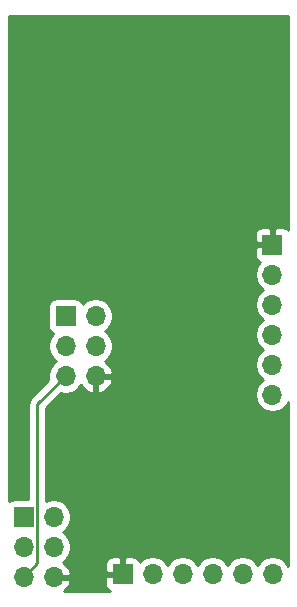
<source format=gbr>
%TF.GenerationSoftware,KiCad,Pcbnew,(5.1.9-16-g1737927814)-1*%
%TF.CreationDate,2021-08-21T22:04:47-05:00*%
%TF.ProjectId,adbuino,61646275-696e-46f2-9e6b-696361645f70,rev?*%
%TF.SameCoordinates,Original*%
%TF.FileFunction,Copper,L2,Bot*%
%TF.FilePolarity,Positive*%
%FSLAX46Y46*%
G04 Gerber Fmt 4.6, Leading zero omitted, Abs format (unit mm)*
G04 Created by KiCad (PCBNEW (5.1.9-16-g1737927814)-1) date 2021-08-21 22:04:47*
%MOMM*%
%LPD*%
G01*
G04 APERTURE LIST*
%TA.AperFunction,ComponentPad*%
%ADD10O,1.700000X1.700000*%
%TD*%
%TA.AperFunction,ComponentPad*%
%ADD11R,1.700000X1.700000*%
%TD*%
%TA.AperFunction,Conductor*%
%ADD12C,0.250000*%
%TD*%
%TA.AperFunction,Conductor*%
%ADD13C,0.150000*%
%TD*%
%TA.AperFunction,Conductor*%
%ADD14C,0.254000*%
%TD*%
%TA.AperFunction,Conductor*%
%ADD15C,0.100000*%
%TD*%
G04 APERTURE END LIST*
D10*
%TO.P,J3,6*%
%TO.N,GND*%
X29464000Y-73152000D03*
%TO.P,J3,5*%
%TO.N,/RESET*%
X26924000Y-73152000D03*
%TO.P,J3,4*%
%TO.N,ATMEGA_SPI_MOSI*%
X29464000Y-70612000D03*
%TO.P,J3,3*%
%TO.N,ATMEGA_SPI_SCLK*%
X26924000Y-70612000D03*
%TO.P,J3,2*%
%TO.N,+3V3*%
X29464000Y-68072000D03*
D11*
%TO.P,J3,1*%
%TO.N,ATMEGA_SPI_MISO*%
X26924000Y-68072000D03*
%TD*%
D10*
%TO.P,J2,6*%
%TO.N,FTDI_DTR*%
X48006000Y-72898000D03*
%TO.P,J2,5*%
%TO.N,FTDI_TXO*%
X45466000Y-72898000D03*
%TO.P,J2,4*%
%TO.N,FTDI_RXI*%
X42926000Y-72898000D03*
%TO.P,J2,3*%
%TO.N,FTDI_PIN_3*%
X40386000Y-72898000D03*
%TO.P,J2,2*%
%TO.N,FTDI_CTS*%
X37846000Y-72898000D03*
D11*
%TO.P,J2,1*%
%TO.N,GND*%
X35306000Y-72898000D03*
%TD*%
D10*
%TO.P,J6,6*%
%TO.N,GND*%
X33020000Y-56134000D03*
%TO.P,J6,5*%
%TO.N,/RESET*%
X30480000Y-56134000D03*
%TO.P,J6,4*%
%TO.N,ATMEGA_SPI_MOSI*%
X33020000Y-53594000D03*
%TO.P,J6,3*%
%TO.N,ATMEGA_SPI_SCLK*%
X30480000Y-53594000D03*
%TO.P,J6,2*%
%TO.N,+3V3*%
X33020000Y-51054000D03*
D11*
%TO.P,J6,1*%
%TO.N,ATMEGA_SPI_MISO*%
X30480000Y-51054000D03*
%TD*%
D10*
%TO.P,J1,6*%
%TO.N,FTDI_DTR*%
X48000000Y-57700000D03*
%TO.P,J1,5*%
%TO.N,FTDI_TXO*%
X48000000Y-55160000D03*
%TO.P,J1,4*%
%TO.N,FTDI_RXI*%
X48000000Y-52620000D03*
%TO.P,J1,3*%
%TO.N,FTDI_PIN_3*%
X48000000Y-50080000D03*
%TO.P,J1,2*%
%TO.N,FTDI_CTS*%
X48000000Y-47540000D03*
D11*
%TO.P,J1,1*%
%TO.N,GND*%
X48000000Y-45000000D03*
%TD*%
D12*
%TO.N,/RESET*%
X28099001Y-58514999D02*
X30480000Y-56134000D01*
X28099001Y-71976999D02*
X28099001Y-58514999D01*
X26924000Y-73152000D02*
X28099001Y-71976999D01*
D13*
%TO.N,ATMEGA_SPI_MOSI*%
X33020000Y-53594000D02*
X33782000Y-53594000D01*
%TD*%
D14*
%TO.N,GND*%
X49340000Y-43746112D02*
X49301185Y-43698815D01*
X49204494Y-43619463D01*
X49094180Y-43560498D01*
X48974482Y-43524188D01*
X48850000Y-43511928D01*
X48285750Y-43515000D01*
X48127000Y-43673750D01*
X48127000Y-44873000D01*
X48147000Y-44873000D01*
X48147000Y-45127000D01*
X48127000Y-45127000D01*
X48127000Y-45147000D01*
X47873000Y-45147000D01*
X47873000Y-45127000D01*
X46673750Y-45127000D01*
X46515000Y-45285750D01*
X46511928Y-45850000D01*
X46524188Y-45974482D01*
X46560498Y-46094180D01*
X46619463Y-46204494D01*
X46698815Y-46301185D01*
X46795506Y-46380537D01*
X46905820Y-46439502D01*
X46978380Y-46461513D01*
X46846525Y-46593368D01*
X46684010Y-46836589D01*
X46572068Y-47106842D01*
X46515000Y-47393740D01*
X46515000Y-47686260D01*
X46572068Y-47973158D01*
X46684010Y-48243411D01*
X46846525Y-48486632D01*
X47053368Y-48693475D01*
X47227760Y-48810000D01*
X47053368Y-48926525D01*
X46846525Y-49133368D01*
X46684010Y-49376589D01*
X46572068Y-49646842D01*
X46515000Y-49933740D01*
X46515000Y-50226260D01*
X46572068Y-50513158D01*
X46684010Y-50783411D01*
X46846525Y-51026632D01*
X47053368Y-51233475D01*
X47227760Y-51350000D01*
X47053368Y-51466525D01*
X46846525Y-51673368D01*
X46684010Y-51916589D01*
X46572068Y-52186842D01*
X46515000Y-52473740D01*
X46515000Y-52766260D01*
X46572068Y-53053158D01*
X46684010Y-53323411D01*
X46846525Y-53566632D01*
X47053368Y-53773475D01*
X47227760Y-53890000D01*
X47053368Y-54006525D01*
X46846525Y-54213368D01*
X46684010Y-54456589D01*
X46572068Y-54726842D01*
X46515000Y-55013740D01*
X46515000Y-55306260D01*
X46572068Y-55593158D01*
X46684010Y-55863411D01*
X46846525Y-56106632D01*
X47053368Y-56313475D01*
X47227760Y-56430000D01*
X47053368Y-56546525D01*
X46846525Y-56753368D01*
X46684010Y-56996589D01*
X46572068Y-57266842D01*
X46515000Y-57553740D01*
X46515000Y-57846260D01*
X46572068Y-58133158D01*
X46684010Y-58403411D01*
X46846525Y-58646632D01*
X47053368Y-58853475D01*
X47296589Y-59015990D01*
X47566842Y-59127932D01*
X47853740Y-59185000D01*
X48146260Y-59185000D01*
X48433158Y-59127932D01*
X48703411Y-59015990D01*
X48946632Y-58853475D01*
X49153475Y-58646632D01*
X49315990Y-58403411D01*
X49340001Y-58345444D01*
X49340001Y-72238071D01*
X49321990Y-72194589D01*
X49159475Y-71951368D01*
X48952632Y-71744525D01*
X48709411Y-71582010D01*
X48439158Y-71470068D01*
X48152260Y-71413000D01*
X47859740Y-71413000D01*
X47572842Y-71470068D01*
X47302589Y-71582010D01*
X47059368Y-71744525D01*
X46852525Y-71951368D01*
X46736000Y-72125760D01*
X46619475Y-71951368D01*
X46412632Y-71744525D01*
X46169411Y-71582010D01*
X45899158Y-71470068D01*
X45612260Y-71413000D01*
X45319740Y-71413000D01*
X45032842Y-71470068D01*
X44762589Y-71582010D01*
X44519368Y-71744525D01*
X44312525Y-71951368D01*
X44196000Y-72125760D01*
X44079475Y-71951368D01*
X43872632Y-71744525D01*
X43629411Y-71582010D01*
X43359158Y-71470068D01*
X43072260Y-71413000D01*
X42779740Y-71413000D01*
X42492842Y-71470068D01*
X42222589Y-71582010D01*
X41979368Y-71744525D01*
X41772525Y-71951368D01*
X41656000Y-72125760D01*
X41539475Y-71951368D01*
X41332632Y-71744525D01*
X41089411Y-71582010D01*
X40819158Y-71470068D01*
X40532260Y-71413000D01*
X40239740Y-71413000D01*
X39952842Y-71470068D01*
X39682589Y-71582010D01*
X39439368Y-71744525D01*
X39232525Y-71951368D01*
X39116000Y-72125760D01*
X38999475Y-71951368D01*
X38792632Y-71744525D01*
X38549411Y-71582010D01*
X38279158Y-71470068D01*
X37992260Y-71413000D01*
X37699740Y-71413000D01*
X37412842Y-71470068D01*
X37142589Y-71582010D01*
X36899368Y-71744525D01*
X36767513Y-71876380D01*
X36745502Y-71803820D01*
X36686537Y-71693506D01*
X36607185Y-71596815D01*
X36510494Y-71517463D01*
X36400180Y-71458498D01*
X36280482Y-71422188D01*
X36156000Y-71409928D01*
X35591750Y-71413000D01*
X35433000Y-71571750D01*
X35433000Y-72771000D01*
X35453000Y-72771000D01*
X35453000Y-73025000D01*
X35433000Y-73025000D01*
X35433000Y-73045000D01*
X35179000Y-73045000D01*
X35179000Y-73025000D01*
X33979750Y-73025000D01*
X33821000Y-73183750D01*
X33817928Y-73748000D01*
X33830188Y-73872482D01*
X33866498Y-73992180D01*
X33925463Y-74102494D01*
X34004815Y-74199185D01*
X34101506Y-74278537D01*
X34211820Y-74337502D01*
X34220055Y-74340000D01*
X30353318Y-74340000D01*
X30561588Y-74152269D01*
X30735641Y-73918920D01*
X30860825Y-73656099D01*
X30905476Y-73508890D01*
X30784155Y-73279000D01*
X29591000Y-73279000D01*
X29591000Y-73299000D01*
X29337000Y-73299000D01*
X29337000Y-73279000D01*
X29317000Y-73279000D01*
X29317000Y-73025000D01*
X29337000Y-73025000D01*
X29337000Y-73005000D01*
X29591000Y-73005000D01*
X29591000Y-73025000D01*
X30784155Y-73025000D01*
X30905476Y-72795110D01*
X30860825Y-72647901D01*
X30735641Y-72385080D01*
X30561588Y-72151731D01*
X30446509Y-72048000D01*
X33817928Y-72048000D01*
X33821000Y-72612250D01*
X33979750Y-72771000D01*
X35179000Y-72771000D01*
X35179000Y-71571750D01*
X35020250Y-71413000D01*
X34456000Y-71409928D01*
X34331518Y-71422188D01*
X34211820Y-71458498D01*
X34101506Y-71517463D01*
X34004815Y-71596815D01*
X33925463Y-71693506D01*
X33866498Y-71803820D01*
X33830188Y-71923518D01*
X33817928Y-72048000D01*
X30446509Y-72048000D01*
X30345355Y-71956822D01*
X30228466Y-71887195D01*
X30410632Y-71765475D01*
X30617475Y-71558632D01*
X30779990Y-71315411D01*
X30891932Y-71045158D01*
X30949000Y-70758260D01*
X30949000Y-70465740D01*
X30891932Y-70178842D01*
X30779990Y-69908589D01*
X30617475Y-69665368D01*
X30410632Y-69458525D01*
X30236240Y-69342000D01*
X30410632Y-69225475D01*
X30617475Y-69018632D01*
X30779990Y-68775411D01*
X30891932Y-68505158D01*
X30949000Y-68218260D01*
X30949000Y-67925740D01*
X30891932Y-67638842D01*
X30779990Y-67368589D01*
X30617475Y-67125368D01*
X30410632Y-66918525D01*
X30167411Y-66756010D01*
X29897158Y-66644068D01*
X29610260Y-66587000D01*
X29317740Y-66587000D01*
X29030842Y-66644068D01*
X28859001Y-66715247D01*
X28859001Y-58829800D01*
X30113592Y-57575210D01*
X30333740Y-57619000D01*
X30626260Y-57619000D01*
X30913158Y-57561932D01*
X31183411Y-57449990D01*
X31426632Y-57287475D01*
X31633475Y-57080632D01*
X31751100Y-56904594D01*
X31922412Y-57134269D01*
X32138645Y-57329178D01*
X32388748Y-57478157D01*
X32663109Y-57575481D01*
X32893000Y-57454814D01*
X32893000Y-56261000D01*
X33147000Y-56261000D01*
X33147000Y-57454814D01*
X33376891Y-57575481D01*
X33651252Y-57478157D01*
X33901355Y-57329178D01*
X34117588Y-57134269D01*
X34291641Y-56900920D01*
X34416825Y-56638099D01*
X34461476Y-56490890D01*
X34340155Y-56261000D01*
X33147000Y-56261000D01*
X32893000Y-56261000D01*
X32873000Y-56261000D01*
X32873000Y-56007000D01*
X32893000Y-56007000D01*
X32893000Y-55987000D01*
X33147000Y-55987000D01*
X33147000Y-56007000D01*
X34340155Y-56007000D01*
X34461476Y-55777110D01*
X34416825Y-55629901D01*
X34291641Y-55367080D01*
X34117588Y-55133731D01*
X33901355Y-54938822D01*
X33784466Y-54869195D01*
X33966632Y-54747475D01*
X34173475Y-54540632D01*
X34335990Y-54297411D01*
X34447932Y-54027158D01*
X34505000Y-53740260D01*
X34505000Y-53447740D01*
X34447932Y-53160842D01*
X34335990Y-52890589D01*
X34173475Y-52647368D01*
X33966632Y-52440525D01*
X33792240Y-52324000D01*
X33966632Y-52207475D01*
X34173475Y-52000632D01*
X34335990Y-51757411D01*
X34447932Y-51487158D01*
X34505000Y-51200260D01*
X34505000Y-50907740D01*
X34447932Y-50620842D01*
X34335990Y-50350589D01*
X34173475Y-50107368D01*
X33966632Y-49900525D01*
X33723411Y-49738010D01*
X33453158Y-49626068D01*
X33166260Y-49569000D01*
X32873740Y-49569000D01*
X32586842Y-49626068D01*
X32316589Y-49738010D01*
X32073368Y-49900525D01*
X31941513Y-50032380D01*
X31919502Y-49959820D01*
X31860537Y-49849506D01*
X31781185Y-49752815D01*
X31684494Y-49673463D01*
X31574180Y-49614498D01*
X31454482Y-49578188D01*
X31330000Y-49565928D01*
X29630000Y-49565928D01*
X29505518Y-49578188D01*
X29385820Y-49614498D01*
X29275506Y-49673463D01*
X29178815Y-49752815D01*
X29099463Y-49849506D01*
X29040498Y-49959820D01*
X29004188Y-50079518D01*
X28991928Y-50204000D01*
X28991928Y-51904000D01*
X29004188Y-52028482D01*
X29040498Y-52148180D01*
X29099463Y-52258494D01*
X29178815Y-52355185D01*
X29275506Y-52434537D01*
X29385820Y-52493502D01*
X29458380Y-52515513D01*
X29326525Y-52647368D01*
X29164010Y-52890589D01*
X29052068Y-53160842D01*
X28995000Y-53447740D01*
X28995000Y-53740260D01*
X29052068Y-54027158D01*
X29164010Y-54297411D01*
X29326525Y-54540632D01*
X29533368Y-54747475D01*
X29707760Y-54864000D01*
X29533368Y-54980525D01*
X29326525Y-55187368D01*
X29164010Y-55430589D01*
X29052068Y-55700842D01*
X28995000Y-55987740D01*
X28995000Y-56280260D01*
X29038790Y-56500408D01*
X27587999Y-57951200D01*
X27559001Y-57974998D01*
X27535203Y-58003996D01*
X27535202Y-58003997D01*
X27464027Y-58090723D01*
X27393455Y-58222753D01*
X27349999Y-58366014D01*
X27335325Y-58514999D01*
X27339002Y-58552331D01*
X27339001Y-66583928D01*
X26074000Y-66583928D01*
X25949518Y-66596188D01*
X25829820Y-66632498D01*
X25719506Y-66691463D01*
X25660000Y-66740298D01*
X25660000Y-44150000D01*
X46511928Y-44150000D01*
X46515000Y-44714250D01*
X46673750Y-44873000D01*
X47873000Y-44873000D01*
X47873000Y-43673750D01*
X47714250Y-43515000D01*
X47150000Y-43511928D01*
X47025518Y-43524188D01*
X46905820Y-43560498D01*
X46795506Y-43619463D01*
X46698815Y-43698815D01*
X46619463Y-43795506D01*
X46560498Y-43905820D01*
X46524188Y-44025518D01*
X46511928Y-44150000D01*
X25660000Y-44150000D01*
X25660000Y-25660000D01*
X49340000Y-25660000D01*
X49340000Y-43746112D01*
%TA.AperFunction,Conductor*%
D15*
G36*
X49340000Y-43746112D02*
G01*
X49301185Y-43698815D01*
X49204494Y-43619463D01*
X49094180Y-43560498D01*
X48974482Y-43524188D01*
X48850000Y-43511928D01*
X48285750Y-43515000D01*
X48127000Y-43673750D01*
X48127000Y-44873000D01*
X48147000Y-44873000D01*
X48147000Y-45127000D01*
X48127000Y-45127000D01*
X48127000Y-45147000D01*
X47873000Y-45147000D01*
X47873000Y-45127000D01*
X46673750Y-45127000D01*
X46515000Y-45285750D01*
X46511928Y-45850000D01*
X46524188Y-45974482D01*
X46560498Y-46094180D01*
X46619463Y-46204494D01*
X46698815Y-46301185D01*
X46795506Y-46380537D01*
X46905820Y-46439502D01*
X46978380Y-46461513D01*
X46846525Y-46593368D01*
X46684010Y-46836589D01*
X46572068Y-47106842D01*
X46515000Y-47393740D01*
X46515000Y-47686260D01*
X46572068Y-47973158D01*
X46684010Y-48243411D01*
X46846525Y-48486632D01*
X47053368Y-48693475D01*
X47227760Y-48810000D01*
X47053368Y-48926525D01*
X46846525Y-49133368D01*
X46684010Y-49376589D01*
X46572068Y-49646842D01*
X46515000Y-49933740D01*
X46515000Y-50226260D01*
X46572068Y-50513158D01*
X46684010Y-50783411D01*
X46846525Y-51026632D01*
X47053368Y-51233475D01*
X47227760Y-51350000D01*
X47053368Y-51466525D01*
X46846525Y-51673368D01*
X46684010Y-51916589D01*
X46572068Y-52186842D01*
X46515000Y-52473740D01*
X46515000Y-52766260D01*
X46572068Y-53053158D01*
X46684010Y-53323411D01*
X46846525Y-53566632D01*
X47053368Y-53773475D01*
X47227760Y-53890000D01*
X47053368Y-54006525D01*
X46846525Y-54213368D01*
X46684010Y-54456589D01*
X46572068Y-54726842D01*
X46515000Y-55013740D01*
X46515000Y-55306260D01*
X46572068Y-55593158D01*
X46684010Y-55863411D01*
X46846525Y-56106632D01*
X47053368Y-56313475D01*
X47227760Y-56430000D01*
X47053368Y-56546525D01*
X46846525Y-56753368D01*
X46684010Y-56996589D01*
X46572068Y-57266842D01*
X46515000Y-57553740D01*
X46515000Y-57846260D01*
X46572068Y-58133158D01*
X46684010Y-58403411D01*
X46846525Y-58646632D01*
X47053368Y-58853475D01*
X47296589Y-59015990D01*
X47566842Y-59127932D01*
X47853740Y-59185000D01*
X48146260Y-59185000D01*
X48433158Y-59127932D01*
X48703411Y-59015990D01*
X48946632Y-58853475D01*
X49153475Y-58646632D01*
X49315990Y-58403411D01*
X49340001Y-58345444D01*
X49340001Y-72238071D01*
X49321990Y-72194589D01*
X49159475Y-71951368D01*
X48952632Y-71744525D01*
X48709411Y-71582010D01*
X48439158Y-71470068D01*
X48152260Y-71413000D01*
X47859740Y-71413000D01*
X47572842Y-71470068D01*
X47302589Y-71582010D01*
X47059368Y-71744525D01*
X46852525Y-71951368D01*
X46736000Y-72125760D01*
X46619475Y-71951368D01*
X46412632Y-71744525D01*
X46169411Y-71582010D01*
X45899158Y-71470068D01*
X45612260Y-71413000D01*
X45319740Y-71413000D01*
X45032842Y-71470068D01*
X44762589Y-71582010D01*
X44519368Y-71744525D01*
X44312525Y-71951368D01*
X44196000Y-72125760D01*
X44079475Y-71951368D01*
X43872632Y-71744525D01*
X43629411Y-71582010D01*
X43359158Y-71470068D01*
X43072260Y-71413000D01*
X42779740Y-71413000D01*
X42492842Y-71470068D01*
X42222589Y-71582010D01*
X41979368Y-71744525D01*
X41772525Y-71951368D01*
X41656000Y-72125760D01*
X41539475Y-71951368D01*
X41332632Y-71744525D01*
X41089411Y-71582010D01*
X40819158Y-71470068D01*
X40532260Y-71413000D01*
X40239740Y-71413000D01*
X39952842Y-71470068D01*
X39682589Y-71582010D01*
X39439368Y-71744525D01*
X39232525Y-71951368D01*
X39116000Y-72125760D01*
X38999475Y-71951368D01*
X38792632Y-71744525D01*
X38549411Y-71582010D01*
X38279158Y-71470068D01*
X37992260Y-71413000D01*
X37699740Y-71413000D01*
X37412842Y-71470068D01*
X37142589Y-71582010D01*
X36899368Y-71744525D01*
X36767513Y-71876380D01*
X36745502Y-71803820D01*
X36686537Y-71693506D01*
X36607185Y-71596815D01*
X36510494Y-71517463D01*
X36400180Y-71458498D01*
X36280482Y-71422188D01*
X36156000Y-71409928D01*
X35591750Y-71413000D01*
X35433000Y-71571750D01*
X35433000Y-72771000D01*
X35453000Y-72771000D01*
X35453000Y-73025000D01*
X35433000Y-73025000D01*
X35433000Y-73045000D01*
X35179000Y-73045000D01*
X35179000Y-73025000D01*
X33979750Y-73025000D01*
X33821000Y-73183750D01*
X33817928Y-73748000D01*
X33830188Y-73872482D01*
X33866498Y-73992180D01*
X33925463Y-74102494D01*
X34004815Y-74199185D01*
X34101506Y-74278537D01*
X34211820Y-74337502D01*
X34220055Y-74340000D01*
X30353318Y-74340000D01*
X30561588Y-74152269D01*
X30735641Y-73918920D01*
X30860825Y-73656099D01*
X30905476Y-73508890D01*
X30784155Y-73279000D01*
X29591000Y-73279000D01*
X29591000Y-73299000D01*
X29337000Y-73299000D01*
X29337000Y-73279000D01*
X29317000Y-73279000D01*
X29317000Y-73025000D01*
X29337000Y-73025000D01*
X29337000Y-73005000D01*
X29591000Y-73005000D01*
X29591000Y-73025000D01*
X30784155Y-73025000D01*
X30905476Y-72795110D01*
X30860825Y-72647901D01*
X30735641Y-72385080D01*
X30561588Y-72151731D01*
X30446509Y-72048000D01*
X33817928Y-72048000D01*
X33821000Y-72612250D01*
X33979750Y-72771000D01*
X35179000Y-72771000D01*
X35179000Y-71571750D01*
X35020250Y-71413000D01*
X34456000Y-71409928D01*
X34331518Y-71422188D01*
X34211820Y-71458498D01*
X34101506Y-71517463D01*
X34004815Y-71596815D01*
X33925463Y-71693506D01*
X33866498Y-71803820D01*
X33830188Y-71923518D01*
X33817928Y-72048000D01*
X30446509Y-72048000D01*
X30345355Y-71956822D01*
X30228466Y-71887195D01*
X30410632Y-71765475D01*
X30617475Y-71558632D01*
X30779990Y-71315411D01*
X30891932Y-71045158D01*
X30949000Y-70758260D01*
X30949000Y-70465740D01*
X30891932Y-70178842D01*
X30779990Y-69908589D01*
X30617475Y-69665368D01*
X30410632Y-69458525D01*
X30236240Y-69342000D01*
X30410632Y-69225475D01*
X30617475Y-69018632D01*
X30779990Y-68775411D01*
X30891932Y-68505158D01*
X30949000Y-68218260D01*
X30949000Y-67925740D01*
X30891932Y-67638842D01*
X30779990Y-67368589D01*
X30617475Y-67125368D01*
X30410632Y-66918525D01*
X30167411Y-66756010D01*
X29897158Y-66644068D01*
X29610260Y-66587000D01*
X29317740Y-66587000D01*
X29030842Y-66644068D01*
X28859001Y-66715247D01*
X28859001Y-58829800D01*
X30113592Y-57575210D01*
X30333740Y-57619000D01*
X30626260Y-57619000D01*
X30913158Y-57561932D01*
X31183411Y-57449990D01*
X31426632Y-57287475D01*
X31633475Y-57080632D01*
X31751100Y-56904594D01*
X31922412Y-57134269D01*
X32138645Y-57329178D01*
X32388748Y-57478157D01*
X32663109Y-57575481D01*
X32893000Y-57454814D01*
X32893000Y-56261000D01*
X33147000Y-56261000D01*
X33147000Y-57454814D01*
X33376891Y-57575481D01*
X33651252Y-57478157D01*
X33901355Y-57329178D01*
X34117588Y-57134269D01*
X34291641Y-56900920D01*
X34416825Y-56638099D01*
X34461476Y-56490890D01*
X34340155Y-56261000D01*
X33147000Y-56261000D01*
X32893000Y-56261000D01*
X32873000Y-56261000D01*
X32873000Y-56007000D01*
X32893000Y-56007000D01*
X32893000Y-55987000D01*
X33147000Y-55987000D01*
X33147000Y-56007000D01*
X34340155Y-56007000D01*
X34461476Y-55777110D01*
X34416825Y-55629901D01*
X34291641Y-55367080D01*
X34117588Y-55133731D01*
X33901355Y-54938822D01*
X33784466Y-54869195D01*
X33966632Y-54747475D01*
X34173475Y-54540632D01*
X34335990Y-54297411D01*
X34447932Y-54027158D01*
X34505000Y-53740260D01*
X34505000Y-53447740D01*
X34447932Y-53160842D01*
X34335990Y-52890589D01*
X34173475Y-52647368D01*
X33966632Y-52440525D01*
X33792240Y-52324000D01*
X33966632Y-52207475D01*
X34173475Y-52000632D01*
X34335990Y-51757411D01*
X34447932Y-51487158D01*
X34505000Y-51200260D01*
X34505000Y-50907740D01*
X34447932Y-50620842D01*
X34335990Y-50350589D01*
X34173475Y-50107368D01*
X33966632Y-49900525D01*
X33723411Y-49738010D01*
X33453158Y-49626068D01*
X33166260Y-49569000D01*
X32873740Y-49569000D01*
X32586842Y-49626068D01*
X32316589Y-49738010D01*
X32073368Y-49900525D01*
X31941513Y-50032380D01*
X31919502Y-49959820D01*
X31860537Y-49849506D01*
X31781185Y-49752815D01*
X31684494Y-49673463D01*
X31574180Y-49614498D01*
X31454482Y-49578188D01*
X31330000Y-49565928D01*
X29630000Y-49565928D01*
X29505518Y-49578188D01*
X29385820Y-49614498D01*
X29275506Y-49673463D01*
X29178815Y-49752815D01*
X29099463Y-49849506D01*
X29040498Y-49959820D01*
X29004188Y-50079518D01*
X28991928Y-50204000D01*
X28991928Y-51904000D01*
X29004188Y-52028482D01*
X29040498Y-52148180D01*
X29099463Y-52258494D01*
X29178815Y-52355185D01*
X29275506Y-52434537D01*
X29385820Y-52493502D01*
X29458380Y-52515513D01*
X29326525Y-52647368D01*
X29164010Y-52890589D01*
X29052068Y-53160842D01*
X28995000Y-53447740D01*
X28995000Y-53740260D01*
X29052068Y-54027158D01*
X29164010Y-54297411D01*
X29326525Y-54540632D01*
X29533368Y-54747475D01*
X29707760Y-54864000D01*
X29533368Y-54980525D01*
X29326525Y-55187368D01*
X29164010Y-55430589D01*
X29052068Y-55700842D01*
X28995000Y-55987740D01*
X28995000Y-56280260D01*
X29038790Y-56500408D01*
X27587999Y-57951200D01*
X27559001Y-57974998D01*
X27535203Y-58003996D01*
X27535202Y-58003997D01*
X27464027Y-58090723D01*
X27393455Y-58222753D01*
X27349999Y-58366014D01*
X27335325Y-58514999D01*
X27339002Y-58552331D01*
X27339001Y-66583928D01*
X26074000Y-66583928D01*
X25949518Y-66596188D01*
X25829820Y-66632498D01*
X25719506Y-66691463D01*
X25660000Y-66740298D01*
X25660000Y-44150000D01*
X46511928Y-44150000D01*
X46515000Y-44714250D01*
X46673750Y-44873000D01*
X47873000Y-44873000D01*
X47873000Y-43673750D01*
X47714250Y-43515000D01*
X47150000Y-43511928D01*
X47025518Y-43524188D01*
X46905820Y-43560498D01*
X46795506Y-43619463D01*
X46698815Y-43698815D01*
X46619463Y-43795506D01*
X46560498Y-43905820D01*
X46524188Y-44025518D01*
X46511928Y-44150000D01*
X25660000Y-44150000D01*
X25660000Y-25660000D01*
X49340000Y-25660000D01*
X49340000Y-43746112D01*
G37*
%TD.AperFunction*%
%TD*%
M02*

</source>
